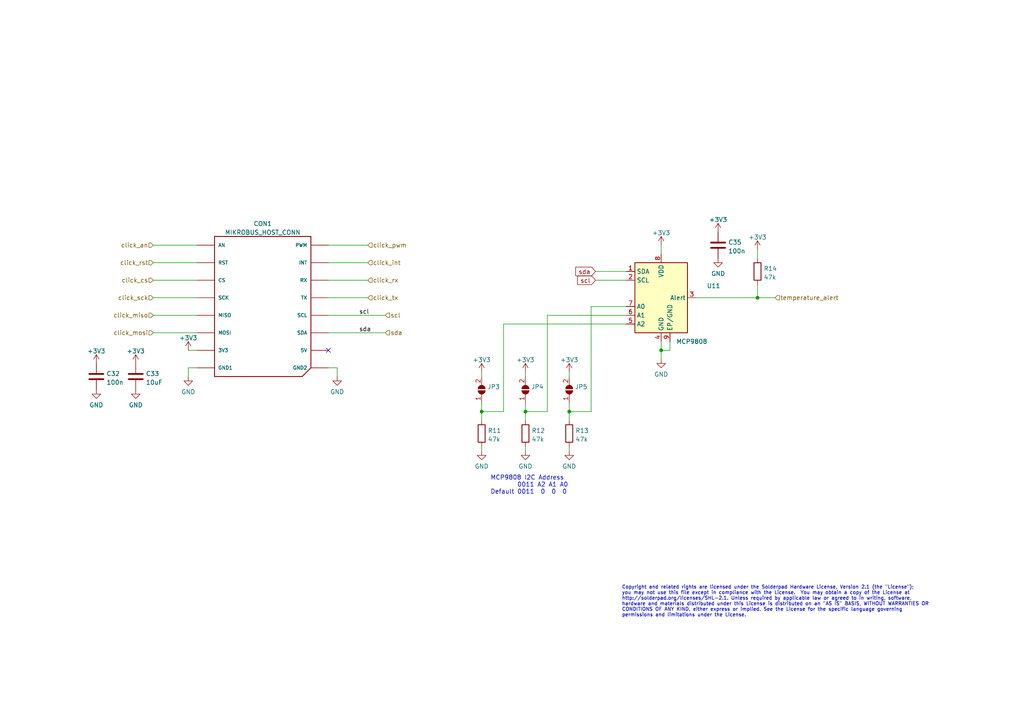
<source format=kicad_sch>
(kicad_sch (version 20231120) (generator "eeschema") (generator_version "8.0")
  (paper "A4")
  (lib_symbols
    (symbol "Device:C" (pin_numbers hide) (pin_names (offset 0.254))
      (property "Reference" "C" (at 0.635 2.54 0))
      (property "Value" "C" (at 0.635 -2.54 0))
      (symbol "C_0_1"
        (polyline (pts (xy -2.032 -0.762) (xy 2.032 -0.762)) (stroke (width 0.508)))
        (polyline (pts (xy -2.032 0.762) (xy 2.032 0.762)) (stroke (width 0.508)))
      )
      (symbol "C_1_1"
        (pin passive line (at 0 3.81 270) (length 2.794) (name "~") (number "1"))
        (pin passive line (at 0 -3.81 90) (length 2.794) (name "~") (number "2"))
      )
    )
    (symbol "Device:R" (pin_numbers hide) (pin_names (offset 0))
      (property "Reference" "R" (at 2.032 0 90))
      (property "Value" "R" (at 0 0 90))
      (symbol "R_0_1"
        (rectangle (start -1.016 -2.54) (end 1.016 2.54) (stroke (width 0.254)))
      )
      (symbol "R_1_1"
        (pin passive line (at 0 3.81 270) (length 1.27) (name "~") (number "1"))
        (pin passive line (at 0 -3.81 90) (length 1.27) (name "~") (number "2"))
      )
    )
    (symbol "Jumper:SolderJumper_2_Open" (pin_names (offset 0) hide)
      (property "Reference" "JP" (at 0 2.032 0))
      (property "Value" "SolderJumper_2_Open" (at 0 -2.54 0))
      (symbol "SolderJumper_2_Open_0_1"
        (arc (start -0.254 1.016) (mid -1.2656 0) (end -0.254 -1.016))
        (arc (start -0.254 1.016) (mid -1.2656 0) (end -0.254 -1.016) (fill (type outline)))
        (polyline (pts (xy -0.254 1.016) (xy -0.254 -1.016)))
        (polyline (pts (xy 0.254 1.016) (xy 0.254 -1.016)))
        (arc (start 0.254 -1.016) (mid 1.2656 0) (end 0.254 1.016))
        (arc (start 0.254 -1.016) (mid 1.2656 0) (end 0.254 1.016) (fill (type outline)))
      )
      (symbol "SolderJumper_2_Open_1_1"
        (pin passive line (at -3.81 0 0) (length 2.54) (name "A") (number "1"))
        (pin passive line (at 3.81 0 180) (length 2.54) (name "B") (number "2"))
      )
    )
    (symbol "Sensor_Temperature:MCP9808_DFN"
      (property "Reference" "U" (at -6.35 11.43 0))
      (property "Value" "MCP9808_DFN" (at 10.16 11.43 0))
      (symbol "MCP9808_DFN_0_1"
        (rectangle (start -7.62 10.16) (end 7.62 -10.16) (stroke (width 0.254)) (fill (type background)))
      )
      (symbol "MCP9808_DFN_1_1"
        (pin bidirectional line (at -10.16 7.62 0) (length 2.54) (name "SDA") (number "1"))
        (pin input line (at -10.16 5.08 0) (length 2.54) (name "SCL") (number "2"))
        (pin output line (at 10.16 0 180) (length 2.54) (name "Alert") (number "3"))
        (pin power_in line (at 0 -12.7 90) (length 2.54) (name "GND") (number "4"))
        (pin input line (at -10.16 -7.62 0) (length 2.54) (name "A2") (number "5"))
        (pin input line (at -10.16 -5.08 0) (length 2.54) (name "A1") (number "6"))
        (pin input line (at -10.16 -2.54 0) (length 2.54) (name "A0") (number "7"))
        (pin power_in line (at 0 12.7 270) (length 2.54) (name "VDD") (number "8"))
        (pin power_in line (at 2.54 -12.7 90) (length 2.54) (name "EP/GND") (number "9"))
      )
    )
    (symbol "mikrobus:MIKROBUS_HOST_CONN" (pin_numbers hide) (pin_names (offset 1.016))
      (property "Reference" "CON" (at 10.16 38.1 0))
      (property "Value" "MIKROBUS_HOST_CONN" (at 2.54 3.81 0))
      (symbol "MIKROBUS_HOST_CONN_0_0"
        (polyline (pts (xy 0 0) (xy 0 40.64)) (stroke (width 0.254)))
        (polyline (pts (xy 0 40.64) (xy 27.94 40.64)) (stroke (width 0.254)))
        (polyline (pts (xy 25.4 0) (xy 0 0)) (stroke (width 0.254)))
        (polyline (pts (xy 27.94 2.54) (xy 25.4 0)) (stroke (width 0.254)))
        (polyline (pts (xy 27.94 40.64) (xy 27.94 2.54)) (stroke (width 0.254)))
        (pin bidirectional line (at -5.08 38.1 0) (length 5.08) (name "AN") (number "P1"))
        (pin power_in line (at 33.02 7.62 180) (length 5.08) (name "5V") (number "P10"))
        (pin bidirectional line (at 33.02 12.7 180) (length 5.08) (name "SDA") (number "P11"))
        (pin bidirectional line (at 33.02 17.78 180) (length 5.08) (name "SCL") (number "P12"))
        (pin bidirectional line (at 33.02 22.86 180) (length 5.08) (name "TX") (number "P13"))
        (pin bidirectional line (at 33.02 27.94 180) (length 5.08) (name "RX") (number "P14"))
        (pin bidirectional line (at 33.02 33.02 180) (length 5.08) (name "INT") (number "P15"))
        (pin bidirectional line (at 33.02 38.1 180) (length 5.08) (name "PWM") (number "P16"))
        (pin bidirectional line (at -5.08 33.02 0) (length 5.08) (name "RST") (number "P2"))
        (pin bidirectional line (at -5.08 27.94 0) (length 5.08) (name "CS") (number "P3"))
        (pin bidirectional line (at -5.08 22.86 0) (length 5.08) (name "SCK") (number "P4"))
        (pin bidirectional line (at -5.08 17.78 0) (length 5.08) (name "MISO") (number "P5"))
        (pin bidirectional line (at -5.08 12.7 0) (length 5.08) (name "MOSI") (number "P6"))
        (pin power_in line (at -5.08 7.62 0) (length 5.08) (name "3V3") (number "P7"))
        (pin bidirectional line (at -5.08 2.54 0) (length 5.08) (name "GND1") (number "P8"))
        (pin bidirectional line (at 33.02 2.54 180) (length 5.08) (name "GND2") (number "P9"))
      )
    )
    (symbol "power:+3.3V" (power) (pin_names (offset 0))
      (property "Value" "+3.3V" (at 0 3.556 0))
      (symbol "+3.3V_0_1"
        (polyline (pts (xy -0.762 1.27) (xy 0 2.54)))
        (polyline (pts (xy 0 0) (xy 0 2.54)))
        (polyline (pts (xy 0 2.54) (xy 0.762 1.27)))
      )
      (symbol "+3.3V_1_1"
        (pin power_in line (at 0 0 90) (length 0) hide (name "+3V3") (number "1"))
      )
    )
    (symbol "power:GND" (power) (pin_names (offset 0))
      (property "Value" "GND" (at 0 -3.81 0))
      (symbol "GND_0_1"
        (polyline (pts (xy 0 0) (xy 0 -1.27) (xy 1.27 -1.27) (xy 0 -2.54) (xy -1.27 -1.27) (xy 0 -1.27)))
      )
      (symbol "GND_1_1"
        (pin power_in line (at 0 0 270) (length 0) hide (name "GND") (number "1"))
      )
    )
  )
  (junction (at 165.1 119.38))
  (junction (at 152.4 119.38))
  (junction (at 219.71 86.36))
  (junction (at 139.7 119.38))
  (junction (at 191.77 101.6))
  (no_connect (at 95.25 101.6))
  (wire (pts (xy 152.4 116.84) (xy 152.4 119.38)))
  (wire (pts (xy 44.45 76.2) (xy 57.15 76.2)))
  (wire (pts (xy 95.25 71.12) (xy 106.68 71.12)))
  (wire (pts (xy 97.79 106.68) (xy 95.25 106.68)))
  (wire (pts (xy 95.25 96.52) (xy 111.76 96.52)))
  (wire (pts (xy 146.05 93.98) (xy 181.61 93.98)))
  (wire (pts (xy 139.7 109.22) (xy 139.7 107.95)))
  (wire (pts (xy 172.72 78.74) (xy 181.61 78.74)))
  (wire (pts (xy 95.25 76.2) (xy 106.68 76.2)))
  (wire (pts (xy 44.45 81.28) (xy 57.15 81.28)))
  (wire (pts (xy 219.71 72.39) (xy 219.71 74.93)))
  (wire (pts (xy 95.25 81.28) (xy 106.68 81.28)))
  (wire (pts (xy 146.05 119.38) (xy 146.05 93.98)))
  (wire (pts (xy 158.75 119.38) (xy 158.75 91.44)))
  (wire (pts (xy 139.7 119.38) (xy 146.05 119.38)))
  (wire (pts (xy 158.75 91.44) (xy 181.61 91.44)))
  (wire (pts (xy 97.79 109.22) (xy 97.79 106.68)))
  (wire (pts (xy 165.1 119.38) (xy 171.45 119.38)))
  (wire (pts (xy 165.1 129.54) (xy 165.1 130.81)))
  (wire (pts (xy 139.7 129.54) (xy 139.7 130.81)))
  (wire (pts (xy 219.71 86.36) (xy 224.79 86.36)))
  (wire (pts (xy 44.45 91.44) (xy 57.15 91.44)))
  (wire (pts (xy 57.15 106.68) (xy 54.61 106.68)))
  (wire (pts (xy 139.7 119.38) (xy 139.7 121.92)))
  (wire (pts (xy 95.25 86.36) (xy 106.68 86.36)))
  (wire (pts (xy 165.1 119.38) (xy 165.1 121.92)))
  (wire (pts (xy 54.61 101.6) (xy 57.15 101.6)))
  (wire (pts (xy 165.1 109.22) (xy 165.1 107.95)))
  (wire (pts (xy 44.45 86.36) (xy 57.15 86.36)))
  (wire (pts (xy 194.31 99.06) (xy 194.31 101.6)))
  (wire (pts (xy 201.93 86.36) (xy 219.71 86.36)))
  (wire (pts (xy 191.77 99.06) (xy 191.77 101.6)))
  (wire (pts (xy 171.45 88.9) (xy 181.61 88.9)))
  (wire (pts (xy 95.25 91.44) (xy 111.76 91.44)))
  (wire (pts (xy 172.72 81.28) (xy 181.61 81.28)))
  (wire (pts (xy 152.4 119.38) (xy 152.4 121.92)))
  (wire (pts (xy 44.45 96.52) (xy 57.15 96.52)))
  (wire (pts (xy 191.77 101.6) (xy 191.77 104.14)))
  (wire (pts (xy 219.71 82.55) (xy 219.71 86.36)))
  (wire (pts (xy 152.4 119.38) (xy 158.75 119.38)))
  (wire (pts (xy 152.4 109.22) (xy 152.4 107.95)))
  (wire (pts (xy 165.1 116.84) (xy 165.1 119.38)))
  (wire (pts (xy 191.77 71.12) (xy 191.77 73.66)))
  (wire (pts (xy 171.45 119.38) (xy 171.45 88.9)))
  (wire (pts (xy 44.45 71.12) (xy 57.15 71.12)))
  (wire (pts (xy 191.77 101.6) (xy 194.31 101.6)))
  (wire (pts (xy 139.7 116.84) (xy 139.7 119.38)))
  (wire (pts (xy 54.61 106.68) (xy 54.61 109.22)))
  (wire (pts (xy 152.4 129.54) (xy 152.4 130.81)))
  (text "MCP9808 I2C Address\n        0011 A2 A1 A0\nDefault 0011  0  0  0" (at 142.24 143.51 0) (effects (font (size 1.27 1.27)) (justify left bottom)))
  (text "Copyright and related rights are licensed under the Solderpad Hardware License, Version 2.1 (the \"License\");\nyou may not use this file except in compliance with the License.  You may obtain a copy of the License at\nhttp://solderpad.org/licenses/SHL-2.1. Unless required by applicable law or agreed to in writing, software,\nhardware and materials distributed under this License is distributed on an \"AS IS\" BASIS, WITHOUT WARRANTIES OR\nCONDITIONS OF ANY KIND, either express or implied. See the License for the specific language governing\npermissions and limitations under the License.\n" (at 180.34 179.07 0) (effects (font (size 1 1)) (justify left bottom)))
  (label "sda" (at 104.14 96.52 0))
  (label "scl" (at 104.14 91.44 0))
  (global_label "scl" (shape input) (at 172.72 81.28 180) (property "Intersheetrefs" "${INTERSHEET_REFS}" (effects (hide yes))))
  (global_label "sda" (shape input) (at 172.72 78.74 180) (property "Intersheetrefs" "${INTERSHEET_REFS}" (effects (hide yes))))
  (hierarchical_label "click_sck" (shape input) (at 44.45 86.36 180))
  (hierarchical_label "click_cs" (shape input) (at 44.45 81.28 180))
  (hierarchical_label "temperature_alert" (shape input) (at 224.79 86.36 0))
  (hierarchical_label "click_mosi" (shape input) (at 44.45 96.52 180))
  (hierarchical_label "click_tx" (shape input) (at 106.68 86.36 0))
  (hierarchical_label "click_an" (shape input) (at 44.45 71.12 180))
  (hierarchical_label "sda" (shape input) (at 111.76 96.52 0))
  (hierarchical_label "click_int" (shape input) (at 106.68 76.2 0))
  (hierarchical_label "click_rx" (shape input) (at 106.68 81.28 0))
  (hierarchical_label "click_rst" (shape input) (at 44.45 76.2 180))
  (hierarchical_label "scl" (shape input) (at 111.76 91.44 0))
  (hierarchical_label "click_miso" (shape input) (at 44.45 91.44 180))
  (hierarchical_label "click_pwm" (shape input) (at 106.68 71.12 0))
  (symbol (lib_id "power:GND") (at 27.94 113.03 0) (unit 1)
    (property "Reference" "#PWR0136" (effects (hide yes)))
    (property "Value" "GND" (at 27.94 117.4734 0))
  )
  (symbol (lib_id "Device:R") (at 165.1 125.73 0) (unit 1)
    (property "Reference" "R13" (at 166.878 124.8953 0) (effects (justify left)))
    (property "Value" "47k" (at 166.878 127.4322 0) (effects (justify left)))
    (property "Footprint" "Resistor_SMD:R_0603_1608Metric" (effects (hide yes)))
  )
  (symbol (lib_id "power:GND") (at 152.4 130.81 0) (unit 1)
    (property "Reference" "#PWR0132" (effects (hide yes)))
    (property "Value" "GND" (at 152.4 135.2534 0))
  )
  (symbol (lib_id "power:+3.3V") (at 191.77 71.12 0) (unit 1)
    (property "Reference" "#PWR0140" (effects (hide yes)))
    (property "Value" "+3V3" (at 191.77 67.5442 0))
  )
  (symbol (lib_id "power:GND") (at 97.79 109.22 0) (unit 1)
    (property "Reference" "#PWR0101" (effects (hide yes)))
    (property "Value" "GND" (at 97.79 113.6634 0))
  )
  (symbol (lib_id "power:+3.3V") (at 165.1 107.95 0) (unit 1)
    (property "Reference" "#PWR0131" (effects (hide yes)))
    (property "Value" "+3V3" (at 165.1 104.3742 0))
  )
  (symbol (lib_id "power:+3.3V") (at 39.37 105.41 0) (unit 1)
    (property "Reference" "#PWR0137" (effects (hide yes)))
    (property "Value" "+3V3" (at 39.37 101.8342 0))
  )
  (symbol (lib_id "power:+3.3V") (at 139.7 107.95 0) (unit 1)
    (property "Reference" "#PWR0130" (effects (hide yes)))
    (property "Value" "+3V3" (at 139.7 104.3742 0))
  )
  (symbol (lib_id "Jumper:SolderJumper_2_Open") (at 139.7 113.03 90) (unit 1)
    (property "Reference" "JP3" (at 141.351 112.1953 90) (effects (justify right)))
    (property "Value" "SolderJumper_2_Open" (effects (hide yes)))
    (property "Footprint" "Jumper:SolderJumper-2_P1.3mm_Open_RoundedPad1.0x1.5mm" (effects (hide yes)))
  )
  (symbol (lib_id "power:+3.3V") (at 54.61 101.6 0) (unit 1)
    (property "Reference" "#PWR0103" (effects (hide yes)))
    (property "Value" "+3V3" (at 54.61 98.0242 0))
  )
  (symbol (lib_id "power:+3.3V") (at 27.94 105.41 0) (unit 1)
    (property "Reference" "#PWR0138" (effects (hide yes)))
    (property "Value" "+3V3" (at 27.94 101.8342 0))
  )
  (symbol (lib_id "power:+3.3V") (at 219.71 72.39 0) (unit 1)
    (property "Reference" "#PWR0141" (effects (hide yes)))
    (property "Value" "+3V3" (at 219.71 68.8142 0))
  )
  (symbol (lib_id "Device:C") (at 39.37 109.22 0) (unit 1)
    (property "Reference" "C33" (at 42.291 108.3853 0) (effects (justify left)))
    (property "Value" "10uF" (at 42.291 110.9222 0) (effects (justify left)))
    (property "Footprint" "Capacitor_SMD:C_0603_1608Metric" (effects (hide yes)))
  )
  (symbol (lib_id "power:GND") (at 139.7 130.81 0) (unit 1)
    (property "Reference" "#PWR0133" (effects (hide yes)))
    (property "Value" "GND" (at 139.7 135.2534 0))
  )
  (symbol (lib_id "power:GND") (at 208.28 74.93 0) (unit 1)
    (property "Reference" "#PWR0142" (effects (hide yes)))
    (property "Value" "GND" (at 208.28 79.3734 0))
  )
  (symbol (lib_id "Device:R") (at 139.7 125.73 0) (unit 1)
    (property "Reference" "R11" (at 141.478 124.8953 0) (effects (justify left)))
    (property "Value" "47k" (at 141.478 127.4322 0) (effects (justify left)))
    (property "Footprint" "Resistor_SMD:R_0603_1608Metric" (effects (hide yes)))
  )
  (symbol (lib_id "power:+3.3V") (at 152.4 107.95 0) (unit 1)
    (property "Reference" "#PWR0134" (effects (hide yes)))
    (property "Value" "+3V3" (at 152.4 104.3742 0))
  )
  (symbol (lib_id "power:+3.3V") (at 208.28 67.31 0) (unit 1)
    (property "Reference" "#PWR0143" (effects (hide yes)))
    (property "Value" "+3V3" (at 208.28 63.7342 0))
  )
  (symbol (lib_id "Device:R") (at 152.4 125.73 0) (unit 1)
    (property "Reference" "R12" (at 154.178 124.8953 0) (effects (justify left)))
    (property "Value" "47k" (at 154.178 127.4322 0) (effects (justify left)))
    (property "Footprint" "Resistor_SMD:R_0603_1608Metric" (effects (hide yes)))
  )
  (symbol (lib_id "Device:R") (at 219.71 78.74 0) (unit 1)
    (property "Reference" "R14" (at 221.488 77.9053 0) (effects (justify left)))
    (property "Value" "47k" (at 221.488 80.4422 0) (effects (justify left)))
    (property "Footprint" "Resistor_SMD:R_0603_1608Metric" (effects (hide yes)))
  )
  (symbol (lib_id "Jumper:SolderJumper_2_Open") (at 152.4 113.03 90) (unit 1)
    (property "Reference" "JP4" (at 154.051 112.1953 90) (effects (justify right)))
    (property "Value" "SolderJumper_2_Open" (effects (hide yes)))
    (property "Footprint" "Jumper:SolderJumper-2_P1.3mm_Open_RoundedPad1.0x1.5mm" (effects (hide yes)))
  )
  (symbol (lib_id "power:GND") (at 165.1 130.81 0) (unit 1)
    (property "Reference" "#PWR0135" (effects (hide yes)))
    (property "Value" "GND" (at 165.1 135.2534 0))
  )
  (symbol (lib_id "mikrobus:MIKROBUS_HOST_CONN") (at 62.23 109.22 0) (unit 1)
    (property "Reference" "CON1" (at 76.2 64.8802 0))
    (property "Value" "MIKROBUS_HOST_CONN" (at 76.2 67.4171 0))
    (property "Footprint" "mikroBus:MIKROBUS_HOST_CONN" (effects (hide yes)))
  )
  (symbol (lib_id "Sensor_Temperature:MCP9808_DFN") (at 191.77 86.36 0) (unit 1)
    (property "Reference" "U11" (at 206.9745 82.9016 0))
    (property "Value" "MCP9808" (at 200.66 99.06 0))
    (property "Footprint" "Package_DFN_QFN:DFN-8-1EP_3x2mm_P0.5mm_EP1.7x1.4mm" (effects (hide yes)))
    (property "Datasheet" "http://ww1.microchip.com/downloads/en/DeviceDoc/MCP9808-0.5C-Maximum-Accuracy-Digital-Temperature-Sensor-Data-Sheet-DS20005095B.pdf" (effects (hide yes)))
  )
  (symbol (lib_id "Device:C") (at 208.28 71.12 0) (unit 1)
    (property "Reference" "C35" (at 211.201 70.2853 0) (effects (justify left)))
    (property "Value" "100n" (at 211.201 72.8222 0) (effects (justify left)))
    (property "Footprint" "Capacitor_SMD:C_0603_1608Metric" (effects (hide yes)))
  )
  (symbol (lib_id "power:GND") (at 54.61 109.22 0) (unit 1)
    (property "Reference" "#PWR0102" (effects (hide yes)))
    (property "Value" "GND" (at 54.61 113.6634 0))
  )
  (symbol (lib_id "Device:C") (at 27.94 109.22 0) (unit 1)
    (property "Reference" "C32" (at 30.861 108.3853 0) (effects (justify left)))
    (property "Value" "100n" (at 30.861 110.9222 0) (effects (justify left)))
    (property "Footprint" "Capacitor_SMD:C_0603_1608Metric" (effects (hide yes)))
  )
  (symbol (lib_id "power:GND") (at 191.77 104.14 0) (unit 1)
    (property "Reference" "#PWR0144" (effects (hide yes)))
    (property "Value" "GND" (at 191.77 108.5834 0))
  )
  (symbol (lib_id "power:GND") (at 39.37 113.03 0) (unit 1)
    (property "Reference" "#PWR0139" (effects (hide yes)))
    (property "Value" "GND" (at 39.37 117.4734 0))
  )
  (symbol (lib_id "Jumper:SolderJumper_2_Open") (at 165.1 113.03 90) (unit 1)
    (property "Reference" "JP5" (at 166.751 112.1953 90) (effects (justify right)))
    (property "Value" "SolderJumper_2_Open" (effects (hide yes)))
    (property "Footprint" "Jumper:SolderJumper-2_P1.3mm_Open_RoundedPad1.0x1.5mm" (effects (hide yes)))
  )
)
</source>
